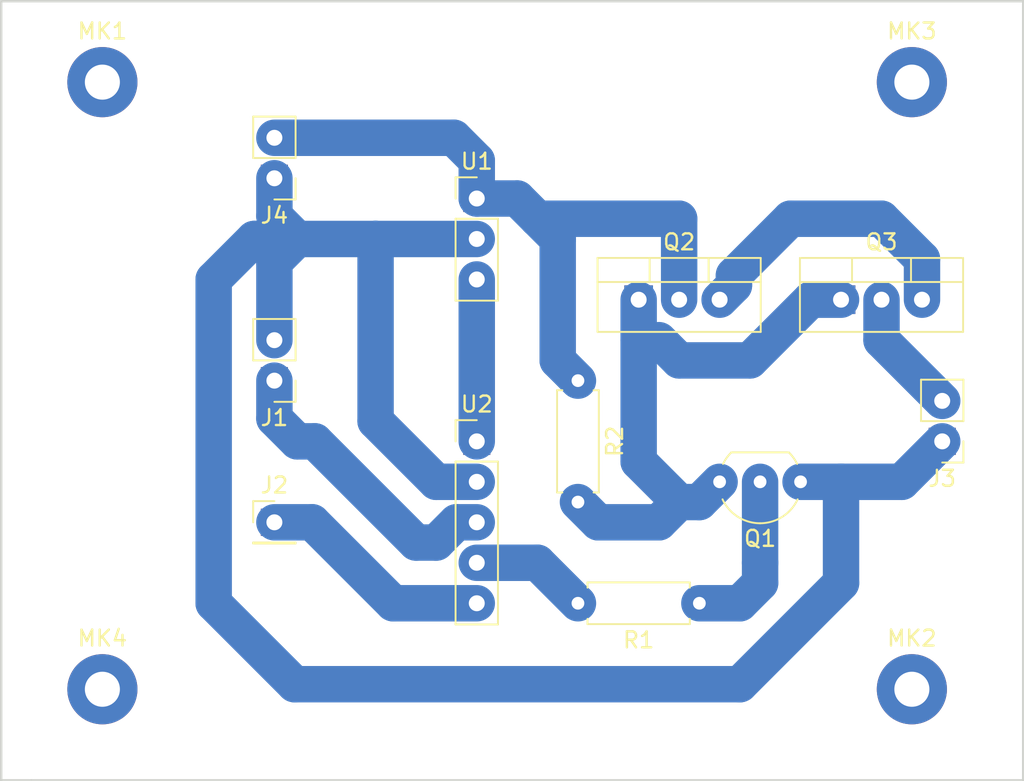
<source format=kicad_pcb>
(kicad_pcb (version 20171130) (host pcbnew 5.0.0-fee4fd1~65~ubuntu17.10.1)

  (general
    (thickness 1.6)
    (drawings 5)
    (tracks 68)
    (zones 0)
    (modules 15)
    (nets 11)
  )

  (page A4)
  (layers
    (0 F.Cu signal)
    (31 B.Cu signal)
    (32 B.Adhes user)
    (33 F.Adhes user)
    (34 B.Paste user)
    (35 F.Paste user)
    (36 B.SilkS user)
    (37 F.SilkS user)
    (38 B.Mask user)
    (39 F.Mask user)
    (40 Dwgs.User user)
    (41 Cmts.User user)
    (42 Eco1.User user)
    (43 Eco2.User user)
    (44 Edge.Cuts user)
    (45 Margin user)
    (46 B.CrtYd user)
    (47 F.CrtYd user)
    (48 B.Fab user)
    (49 F.Fab user)
  )

  (setup
    (last_trace_width 2.286)
    (user_trace_width 0.254)
    (user_trace_width 0.381)
    (user_trace_width 0.4318)
    (user_trace_width 0.762)
    (user_trace_width 1.524)
    (user_trace_width 2.286)
    (user_trace_width 5.08)
    (trace_clearance 0.2)
    (zone_clearance 0.508)
    (zone_45_only no)
    (trace_min 0.2)
    (segment_width 0.2)
    (edge_width 0.15)
    (via_size 0.8)
    (via_drill 0.4)
    (via_min_size 0.4)
    (via_min_drill 0.3)
    (uvia_size 0.3)
    (uvia_drill 0.1)
    (uvias_allowed no)
    (uvia_min_size 0.2)
    (uvia_min_drill 0.1)
    (pcb_text_width 0.3)
    (pcb_text_size 1.5 1.5)
    (mod_edge_width 0.15)
    (mod_text_size 1 1)
    (mod_text_width 0.15)
    (pad_size 4.4 4.4)
    (pad_drill 2.2)
    (pad_to_mask_clearance 0.2)
    (aux_axis_origin 0 0)
    (visible_elements FFFFFF7F)
    (pcbplotparams
      (layerselection 0x010fc_ffffffff)
      (usegerberextensions false)
      (usegerberattributes false)
      (usegerberadvancedattributes false)
      (creategerberjobfile false)
      (excludeedgelayer true)
      (linewidth 0.100000)
      (plotframeref false)
      (viasonmask false)
      (mode 1)
      (useauxorigin false)
      (hpglpennumber 1)
      (hpglpenspeed 20)
      (hpglpendiameter 15.000000)
      (psnegative false)
      (psa4output false)
      (plotreference true)
      (plotvalue true)
      (plotinvisibletext false)
      (padsonsilk false)
      (subtractmaskfromsilk false)
      (outputformat 1)
      (mirror false)
      (drillshape 0)
      (scaleselection 1)
      (outputdirectory "resetter_gerbers/"))
  )

  (net 0 "")
  (net 1 GND)
  (net 2 "Net-(J1-Pad1)")
  (net 3 "Net-(J2-Pad1)")
  (net 4 "Net-(J3-Pad2)")
  (net 5 "Net-(J4-Pad2)")
  (net 6 "Net-(Q1-Pad3)")
  (net 7 "Net-(Q1-Pad2)")
  (net 8 "Net-(Q2-Pad3)")
  (net 9 "Net-(R1-Pad2)")
  (net 10 "Net-(U1-Pad3)")

  (net_class Default "This is the default net class."
    (clearance 0.2)
    (trace_width 0.25)
    (via_dia 0.8)
    (via_drill 0.4)
    (uvia_dia 0.3)
    (uvia_drill 0.1)
    (add_net GND)
    (add_net "Net-(J1-Pad1)")
    (add_net "Net-(J2-Pad1)")
    (add_net "Net-(J3-Pad2)")
    (add_net "Net-(J4-Pad2)")
    (add_net "Net-(Q1-Pad2)")
    (add_net "Net-(Q1-Pad3)")
    (add_net "Net-(Q2-Pad3)")
    (add_net "Net-(R1-Pad2)")
    (add_net "Net-(U1-Pad3)")
  )

  (module Pin_Headers:Pin_Header_Straight_1x02_Pitch2.54mm (layer F.Cu) (tedit 59650532) (tstamp 5C2705CC)
    (at 56.515 48.5775 180)
    (descr "Through hole straight pin header, 1x02, 2.54mm pitch, single row")
    (tags "Through hole pin header THT 1x02 2.54mm single row")
    (path /5C2C7126)
    (fp_text reference J1 (at 0 -2.33 180) (layer F.SilkS)
      (effects (font (size 1 1) (thickness 0.15)))
    )
    (fp_text value Conn_01x02_Female (at 0 4.87 180) (layer F.Fab)
      (effects (font (size 1 1) (thickness 0.15)))
    )
    (fp_text user %R (at 0 1.27 270) (layer F.Fab)
      (effects (font (size 1 1) (thickness 0.15)))
    )
    (fp_line (start 1.8 -1.8) (end -1.8 -1.8) (layer F.CrtYd) (width 0.05))
    (fp_line (start 1.8 4.35) (end 1.8 -1.8) (layer F.CrtYd) (width 0.05))
    (fp_line (start -1.8 4.35) (end 1.8 4.35) (layer F.CrtYd) (width 0.05))
    (fp_line (start -1.8 -1.8) (end -1.8 4.35) (layer F.CrtYd) (width 0.05))
    (fp_line (start -1.33 -1.33) (end 0 -1.33) (layer F.SilkS) (width 0.12))
    (fp_line (start -1.33 0) (end -1.33 -1.33) (layer F.SilkS) (width 0.12))
    (fp_line (start -1.33 1.27) (end 1.33 1.27) (layer F.SilkS) (width 0.12))
    (fp_line (start 1.33 1.27) (end 1.33 3.87) (layer F.SilkS) (width 0.12))
    (fp_line (start -1.33 1.27) (end -1.33 3.87) (layer F.SilkS) (width 0.12))
    (fp_line (start -1.33 3.87) (end 1.33 3.87) (layer F.SilkS) (width 0.12))
    (fp_line (start -1.27 -0.635) (end -0.635 -1.27) (layer F.Fab) (width 0.1))
    (fp_line (start -1.27 3.81) (end -1.27 -0.635) (layer F.Fab) (width 0.1))
    (fp_line (start 1.27 3.81) (end -1.27 3.81) (layer F.Fab) (width 0.1))
    (fp_line (start 1.27 -1.27) (end 1.27 3.81) (layer F.Fab) (width 0.1))
    (fp_line (start -0.635 -1.27) (end 1.27 -1.27) (layer F.Fab) (width 0.1))
    (pad 2 thru_hole oval (at 0 2.54 180) (size 1.7 1.7) (drill 1) (layers *.Cu *.Mask)
      (net 1 GND))
    (pad 1 thru_hole rect (at 0 0 180) (size 1.7 1.7) (drill 1) (layers *.Cu *.Mask)
      (net 2 "Net-(J1-Pad1)"))
    (model ${KISYS3DMOD}/Pin_Headers.3dshapes/Pin_Header_Straight_1x02_Pitch2.54mm.wrl
      (at (xyz 0 0 0))
      (scale (xyz 1 1 1))
      (rotate (xyz 0 0 0))
    )
  )

  (module Pin_Headers:Pin_Header_Straight_1x01_Pitch2.54mm (layer F.Cu) (tedit 59650532) (tstamp 5C2705E1)
    (at 56.515 57.4675)
    (descr "Through hole straight pin header, 1x01, 2.54mm pitch, single row")
    (tags "Through hole pin header THT 1x01 2.54mm single row")
    (path /5C2CDCDD)
    (fp_text reference J2 (at 0 -2.33) (layer F.SilkS)
      (effects (font (size 1 1) (thickness 0.15)))
    )
    (fp_text value Conn_01x01 (at 0 2.33) (layer F.Fab)
      (effects (font (size 1 1) (thickness 0.15)))
    )
    (fp_text user %R (at 0 0 90) (layer F.Fab)
      (effects (font (size 1 1) (thickness 0.15)))
    )
    (fp_line (start 1.8 -1.8) (end -1.8 -1.8) (layer F.CrtYd) (width 0.05))
    (fp_line (start 1.8 1.8) (end 1.8 -1.8) (layer F.CrtYd) (width 0.05))
    (fp_line (start -1.8 1.8) (end 1.8 1.8) (layer F.CrtYd) (width 0.05))
    (fp_line (start -1.8 -1.8) (end -1.8 1.8) (layer F.CrtYd) (width 0.05))
    (fp_line (start -1.33 -1.33) (end 0 -1.33) (layer F.SilkS) (width 0.12))
    (fp_line (start -1.33 0) (end -1.33 -1.33) (layer F.SilkS) (width 0.12))
    (fp_line (start -1.33 1.27) (end 1.33 1.27) (layer F.SilkS) (width 0.12))
    (fp_line (start 1.33 1.27) (end 1.33 1.33) (layer F.SilkS) (width 0.12))
    (fp_line (start -1.33 1.27) (end -1.33 1.33) (layer F.SilkS) (width 0.12))
    (fp_line (start -1.33 1.33) (end 1.33 1.33) (layer F.SilkS) (width 0.12))
    (fp_line (start -1.27 -0.635) (end -0.635 -1.27) (layer F.Fab) (width 0.1))
    (fp_line (start -1.27 1.27) (end -1.27 -0.635) (layer F.Fab) (width 0.1))
    (fp_line (start 1.27 1.27) (end -1.27 1.27) (layer F.Fab) (width 0.1))
    (fp_line (start 1.27 -1.27) (end 1.27 1.27) (layer F.Fab) (width 0.1))
    (fp_line (start -0.635 -1.27) (end 1.27 -1.27) (layer F.Fab) (width 0.1))
    (pad 1 thru_hole rect (at 0 0) (size 1.7 1.7) (drill 1) (layers *.Cu *.Mask)
      (net 3 "Net-(J2-Pad1)"))
    (model ${KISYS3DMOD}/Pin_Headers.3dshapes/Pin_Header_Straight_1x01_Pitch2.54mm.wrl
      (at (xyz 0 0 0))
      (scale (xyz 1 1 1))
      (rotate (xyz 0 0 0))
    )
  )

  (module Pin_Headers:Pin_Header_Straight_1x02_Pitch2.54mm (layer F.Cu) (tedit 5C26A1A5) (tstamp 5C2705F7)
    (at 98.425 52.3875 180)
    (descr "Through hole straight pin header, 1x02, 2.54mm pitch, single row")
    (tags "Through hole pin header THT 1x02 2.54mm single row")
    (path /5C2CC2BC)
    (fp_text reference J3 (at 0 -2.33 180) (layer F.SilkS)
      (effects (font (size 1 1) (thickness 0.15)))
    )
    (fp_text value Conn_01x02 (at 0 4.87 180) (layer F.Fab)
      (effects (font (size 1 1) (thickness 0.15)))
    )
    (fp_line (start -0.635 -1.27) (end 1.27 -1.27) (layer F.Fab) (width 0.1))
    (fp_line (start 1.27 -1.27) (end 1.27 3.81) (layer F.Fab) (width 0.1))
    (fp_line (start 1.27 3.81) (end -1.27 3.81) (layer F.Fab) (width 0.1))
    (fp_line (start -1.27 3.81) (end -1.27 -0.635) (layer F.Fab) (width 0.1))
    (fp_line (start -1.27 -0.635) (end -0.635 -1.27) (layer F.Fab) (width 0.1))
    (fp_line (start -1.33 3.87) (end 1.33 3.87) (layer F.SilkS) (width 0.12))
    (fp_line (start -1.33 1.27) (end -1.33 3.87) (layer F.SilkS) (width 0.12))
    (fp_line (start 1.33 1.27) (end 1.33 3.87) (layer F.SilkS) (width 0.12))
    (fp_line (start -1.33 1.27) (end 1.33 1.27) (layer F.SilkS) (width 0.12))
    (fp_line (start -1.33 0) (end -1.33 -1.33) (layer F.SilkS) (width 0.12))
    (fp_line (start -1.33 -1.33) (end 0 -1.33) (layer F.SilkS) (width 0.12))
    (fp_line (start -1.8 -1.8) (end -1.8 4.35) (layer F.CrtYd) (width 0.05))
    (fp_line (start -1.8 4.35) (end 1.8 4.35) (layer F.CrtYd) (width 0.05))
    (fp_line (start 1.8 4.35) (end 1.8 -1.8) (layer F.CrtYd) (width 0.05))
    (fp_line (start 1.8 -1.8) (end -1.8 -1.8) (layer F.CrtYd) (width 0.05))
    (fp_text user %R (at 0 1.27 270) (layer F.Fab)
      (effects (font (size 1 1) (thickness 0.15)))
    )
    (pad 1 thru_hole rect (at 0 0 180) (size 1.7 1.7) (drill 1) (layers *.Cu *.Mask)
      (net 1 GND))
    (pad 2 thru_hole oval (at 0 2.54 180) (size 1.7 1.7) (drill 1) (layers *.Cu *.Mask)
      (net 4 "Net-(J3-Pad2)"))
    (model ${KISYS3DMOD}/Pin_Headers.3dshapes/Pin_Header_Straight_1x02_Pitch2.54mm.wrl
      (at (xyz 0 0 0))
      (scale (xyz 1 1 1))
      (rotate (xyz 0 0 0))
    )
  )

  (module Pin_Headers:Pin_Header_Straight_1x02_Pitch2.54mm (layer F.Cu) (tedit 59650532) (tstamp 5C27060D)
    (at 56.515 35.8775 180)
    (descr "Through hole straight pin header, 1x02, 2.54mm pitch, single row")
    (tags "Through hole pin header THT 1x02 2.54mm single row")
    (path /5C2DA8E4)
    (fp_text reference J4 (at 0 -2.33 180) (layer F.SilkS)
      (effects (font (size 1 1) (thickness 0.15)))
    )
    (fp_text value Conn_01x02 (at 0 4.87 180) (layer F.Fab)
      (effects (font (size 1 1) (thickness 0.15)))
    )
    (fp_text user %R (at 0 1.27 270) (layer F.Fab)
      (effects (font (size 1 1) (thickness 0.15)))
    )
    (fp_line (start 1.8 -1.8) (end -1.8 -1.8) (layer F.CrtYd) (width 0.05))
    (fp_line (start 1.8 4.35) (end 1.8 -1.8) (layer F.CrtYd) (width 0.05))
    (fp_line (start -1.8 4.35) (end 1.8 4.35) (layer F.CrtYd) (width 0.05))
    (fp_line (start -1.8 -1.8) (end -1.8 4.35) (layer F.CrtYd) (width 0.05))
    (fp_line (start -1.33 -1.33) (end 0 -1.33) (layer F.SilkS) (width 0.12))
    (fp_line (start -1.33 0) (end -1.33 -1.33) (layer F.SilkS) (width 0.12))
    (fp_line (start -1.33 1.27) (end 1.33 1.27) (layer F.SilkS) (width 0.12))
    (fp_line (start 1.33 1.27) (end 1.33 3.87) (layer F.SilkS) (width 0.12))
    (fp_line (start -1.33 1.27) (end -1.33 3.87) (layer F.SilkS) (width 0.12))
    (fp_line (start -1.33 3.87) (end 1.33 3.87) (layer F.SilkS) (width 0.12))
    (fp_line (start -1.27 -0.635) (end -0.635 -1.27) (layer F.Fab) (width 0.1))
    (fp_line (start -1.27 3.81) (end -1.27 -0.635) (layer F.Fab) (width 0.1))
    (fp_line (start 1.27 3.81) (end -1.27 3.81) (layer F.Fab) (width 0.1))
    (fp_line (start 1.27 -1.27) (end 1.27 3.81) (layer F.Fab) (width 0.1))
    (fp_line (start -0.635 -1.27) (end 1.27 -1.27) (layer F.Fab) (width 0.1))
    (pad 2 thru_hole oval (at 0 2.54 180) (size 1.7 1.7) (drill 1) (layers *.Cu *.Mask)
      (net 5 "Net-(J4-Pad2)"))
    (pad 1 thru_hole rect (at 0 0 180) (size 1.7 1.7) (drill 1) (layers *.Cu *.Mask)
      (net 1 GND))
    (model ${KISYS3DMOD}/Pin_Headers.3dshapes/Pin_Header_Straight_1x02_Pitch2.54mm.wrl
      (at (xyz 0 0 0))
      (scale (xyz 1 1 1))
      (rotate (xyz 0 0 0))
    )
  )

  (module TO_SOT_Packages_THT:TO-220-3_Vertical (layer F.Cu) (tedit 58CE52AD) (tstamp 5C270639)
    (at 79.375 43.4975)
    (descr "TO-220-3, Vertical, RM 2.54mm")
    (tags "TO-220-3 Vertical RM 2.54mm")
    (path /5C269822)
    (fp_text reference Q2 (at 2.54 -3.62) (layer F.SilkS)
      (effects (font (size 1 1) (thickness 0.15)))
    )
    (fp_text value Q_PMOS_GDS (at 2.54 3.92) (layer F.Fab)
      (effects (font (size 1 1) (thickness 0.15)))
    )
    (fp_line (start 7.79 -2.75) (end -2.71 -2.75) (layer F.CrtYd) (width 0.05))
    (fp_line (start 7.79 2.16) (end 7.79 -2.75) (layer F.CrtYd) (width 0.05))
    (fp_line (start -2.71 2.16) (end 7.79 2.16) (layer F.CrtYd) (width 0.05))
    (fp_line (start -2.71 -2.75) (end -2.71 2.16) (layer F.CrtYd) (width 0.05))
    (fp_line (start 4.391 -2.62) (end 4.391 -1.11) (layer F.SilkS) (width 0.12))
    (fp_line (start 0.69 -2.62) (end 0.69 -1.11) (layer F.SilkS) (width 0.12))
    (fp_line (start -2.58 -1.11) (end 7.66 -1.11) (layer F.SilkS) (width 0.12))
    (fp_line (start 7.66 -2.62) (end 7.66 2.021) (layer F.SilkS) (width 0.12))
    (fp_line (start -2.58 -2.62) (end -2.58 2.021) (layer F.SilkS) (width 0.12))
    (fp_line (start -2.58 2.021) (end 7.66 2.021) (layer F.SilkS) (width 0.12))
    (fp_line (start -2.58 -2.62) (end 7.66 -2.62) (layer F.SilkS) (width 0.12))
    (fp_line (start 4.39 -2.5) (end 4.39 -1.23) (layer F.Fab) (width 0.1))
    (fp_line (start 0.69 -2.5) (end 0.69 -1.23) (layer F.Fab) (width 0.1))
    (fp_line (start -2.46 -1.23) (end 7.54 -1.23) (layer F.Fab) (width 0.1))
    (fp_line (start 7.54 -2.5) (end -2.46 -2.5) (layer F.Fab) (width 0.1))
    (fp_line (start 7.54 1.9) (end 7.54 -2.5) (layer F.Fab) (width 0.1))
    (fp_line (start -2.46 1.9) (end 7.54 1.9) (layer F.Fab) (width 0.1))
    (fp_line (start -2.46 -2.5) (end -2.46 1.9) (layer F.Fab) (width 0.1))
    (fp_text user %R (at 2.54 -3.62) (layer F.Fab)
      (effects (font (size 1 1) (thickness 0.15)))
    )
    (pad 3 thru_hole oval (at 5.08 0) (size 1.8 1.8) (drill 1) (layers *.Cu *.Mask)
      (net 8 "Net-(Q2-Pad3)"))
    (pad 2 thru_hole oval (at 2.54 0) (size 1.8 1.8) (drill 1) (layers *.Cu *.Mask)
      (net 5 "Net-(J4-Pad2)"))
    (pad 1 thru_hole rect (at 0 0) (size 1.8 1.8) (drill 1) (layers *.Cu *.Mask)
      (net 6 "Net-(Q1-Pad3)"))
    (model ${KISYS3DMOD}/TO_SOT_Packages_THT.3dshapes/TO-220-3_Vertical.wrl
      (offset (xyz 2.539999961853027 0 0))
      (scale (xyz 0.393701 0.393701 0.393701))
      (rotate (xyz 0 0 0))
    )
  )

  (module TO_SOT_Packages_THT:TO-220-3_Vertical (layer F.Cu) (tedit 58CE52AD) (tstamp 5C270653)
    (at 92.075 43.4975)
    (descr "TO-220-3, Vertical, RM 2.54mm")
    (tags "TO-220-3 Vertical RM 2.54mm")
    (path /5C26989E)
    (fp_text reference Q3 (at 2.54 -3.62) (layer F.SilkS)
      (effects (font (size 1 1) (thickness 0.15)))
    )
    (fp_text value Q_PMOS_GDS (at 2.54 3.92) (layer F.Fab)
      (effects (font (size 1 1) (thickness 0.15)))
    )
    (fp_text user %R (at 2.54 -3.62) (layer F.Fab)
      (effects (font (size 1 1) (thickness 0.15)))
    )
    (fp_line (start -2.46 -2.5) (end -2.46 1.9) (layer F.Fab) (width 0.1))
    (fp_line (start -2.46 1.9) (end 7.54 1.9) (layer F.Fab) (width 0.1))
    (fp_line (start 7.54 1.9) (end 7.54 -2.5) (layer F.Fab) (width 0.1))
    (fp_line (start 7.54 -2.5) (end -2.46 -2.5) (layer F.Fab) (width 0.1))
    (fp_line (start -2.46 -1.23) (end 7.54 -1.23) (layer F.Fab) (width 0.1))
    (fp_line (start 0.69 -2.5) (end 0.69 -1.23) (layer F.Fab) (width 0.1))
    (fp_line (start 4.39 -2.5) (end 4.39 -1.23) (layer F.Fab) (width 0.1))
    (fp_line (start -2.58 -2.62) (end 7.66 -2.62) (layer F.SilkS) (width 0.12))
    (fp_line (start -2.58 2.021) (end 7.66 2.021) (layer F.SilkS) (width 0.12))
    (fp_line (start -2.58 -2.62) (end -2.58 2.021) (layer F.SilkS) (width 0.12))
    (fp_line (start 7.66 -2.62) (end 7.66 2.021) (layer F.SilkS) (width 0.12))
    (fp_line (start -2.58 -1.11) (end 7.66 -1.11) (layer F.SilkS) (width 0.12))
    (fp_line (start 0.69 -2.62) (end 0.69 -1.11) (layer F.SilkS) (width 0.12))
    (fp_line (start 4.391 -2.62) (end 4.391 -1.11) (layer F.SilkS) (width 0.12))
    (fp_line (start -2.71 -2.75) (end -2.71 2.16) (layer F.CrtYd) (width 0.05))
    (fp_line (start -2.71 2.16) (end 7.79 2.16) (layer F.CrtYd) (width 0.05))
    (fp_line (start 7.79 2.16) (end 7.79 -2.75) (layer F.CrtYd) (width 0.05))
    (fp_line (start 7.79 -2.75) (end -2.71 -2.75) (layer F.CrtYd) (width 0.05))
    (pad 1 thru_hole rect (at 0 0) (size 1.8 1.8) (drill 1) (layers *.Cu *.Mask)
      (net 6 "Net-(Q1-Pad3)"))
    (pad 2 thru_hole oval (at 2.54 0) (size 1.8 1.8) (drill 1) (layers *.Cu *.Mask)
      (net 4 "Net-(J3-Pad2)"))
    (pad 3 thru_hole oval (at 5.08 0) (size 1.8 1.8) (drill 1) (layers *.Cu *.Mask)
      (net 8 "Net-(Q2-Pad3)"))
    (model ${KISYS3DMOD}/TO_SOT_Packages_THT.3dshapes/TO-220-3_Vertical.wrl
      (offset (xyz 2.539999961853027 0 0))
      (scale (xyz 0.393701 0.393701 0.393701))
      (rotate (xyz 0 0 0))
    )
  )

  (module Resistors_THT:R_Axial_DIN0207_L6.3mm_D2.5mm_P7.62mm_Horizontal (layer F.Cu) (tedit 5874F706) (tstamp 5C270669)
    (at 83.185 62.5475 180)
    (descr "Resistor, Axial_DIN0207 series, Axial, Horizontal, pin pitch=7.62mm, 0.25W = 1/4W, length*diameter=6.3*2.5mm^2, http://cdn-reichelt.de/documents/datenblatt/B400/1_4W%23YAG.pdf")
    (tags "Resistor Axial_DIN0207 series Axial Horizontal pin pitch 7.62mm 0.25W = 1/4W length 6.3mm diameter 2.5mm")
    (path /5C269432)
    (fp_text reference R1 (at 3.81 -2.31 180) (layer F.SilkS)
      (effects (font (size 1 1) (thickness 0.15)))
    )
    (fp_text value R (at 3.81 2.31 180) (layer F.Fab)
      (effects (font (size 1 1) (thickness 0.15)))
    )
    (fp_line (start 8.7 -1.6) (end -1.05 -1.6) (layer F.CrtYd) (width 0.05))
    (fp_line (start 8.7 1.6) (end 8.7 -1.6) (layer F.CrtYd) (width 0.05))
    (fp_line (start -1.05 1.6) (end 8.7 1.6) (layer F.CrtYd) (width 0.05))
    (fp_line (start -1.05 -1.6) (end -1.05 1.6) (layer F.CrtYd) (width 0.05))
    (fp_line (start 7.02 1.31) (end 7.02 0.98) (layer F.SilkS) (width 0.12))
    (fp_line (start 0.6 1.31) (end 7.02 1.31) (layer F.SilkS) (width 0.12))
    (fp_line (start 0.6 0.98) (end 0.6 1.31) (layer F.SilkS) (width 0.12))
    (fp_line (start 7.02 -1.31) (end 7.02 -0.98) (layer F.SilkS) (width 0.12))
    (fp_line (start 0.6 -1.31) (end 7.02 -1.31) (layer F.SilkS) (width 0.12))
    (fp_line (start 0.6 -0.98) (end 0.6 -1.31) (layer F.SilkS) (width 0.12))
    (fp_line (start 7.62 0) (end 6.96 0) (layer F.Fab) (width 0.1))
    (fp_line (start 0 0) (end 0.66 0) (layer F.Fab) (width 0.1))
    (fp_line (start 6.96 -1.25) (end 0.66 -1.25) (layer F.Fab) (width 0.1))
    (fp_line (start 6.96 1.25) (end 6.96 -1.25) (layer F.Fab) (width 0.1))
    (fp_line (start 0.66 1.25) (end 6.96 1.25) (layer F.Fab) (width 0.1))
    (fp_line (start 0.66 -1.25) (end 0.66 1.25) (layer F.Fab) (width 0.1))
    (pad 2 thru_hole oval (at 7.62 0 180) (size 1.6 1.6) (drill 0.8) (layers *.Cu *.Mask)
      (net 9 "Net-(R1-Pad2)"))
    (pad 1 thru_hole circle (at 0 0 180) (size 1.6 1.6) (drill 0.8) (layers *.Cu *.Mask)
      (net 7 "Net-(Q1-Pad2)"))
    (model ${KISYS3DMOD}/Resistors_THT.3dshapes/R_Axial_DIN0207_L6.3mm_D2.5mm_P7.62mm_Horizontal.wrl
      (at (xyz 0 0 0))
      (scale (xyz 0.393701 0.393701 0.393701))
      (rotate (xyz 0 0 0))
    )
  )

  (module Resistors_THT:R_Axial_DIN0207_L6.3mm_D2.5mm_P7.62mm_Horizontal (layer F.Cu) (tedit 5874F706) (tstamp 5C27067F)
    (at 75.565 48.5775 270)
    (descr "Resistor, Axial_DIN0207 series, Axial, Horizontal, pin pitch=7.62mm, 0.25W = 1/4W, length*diameter=6.3*2.5mm^2, http://cdn-reichelt.de/documents/datenblatt/B400/1_4W%23YAG.pdf")
    (tags "Resistor Axial_DIN0207 series Axial Horizontal pin pitch 7.62mm 0.25W = 1/4W length 6.3mm diameter 2.5mm")
    (path /5C2694B3)
    (fp_text reference R2 (at 3.81 -2.31 270) (layer F.SilkS)
      (effects (font (size 1 1) (thickness 0.15)))
    )
    (fp_text value R (at 3.81 2.31 270) (layer F.Fab)
      (effects (font (size 1 1) (thickness 0.15)))
    )
    (fp_line (start 0.66 -1.25) (end 0.66 1.25) (layer F.Fab) (width 0.1))
    (fp_line (start 0.66 1.25) (end 6.96 1.25) (layer F.Fab) (width 0.1))
    (fp_line (start 6.96 1.25) (end 6.96 -1.25) (layer F.Fab) (width 0.1))
    (fp_line (start 6.96 -1.25) (end 0.66 -1.25) (layer F.Fab) (width 0.1))
    (fp_line (start 0 0) (end 0.66 0) (layer F.Fab) (width 0.1))
    (fp_line (start 7.62 0) (end 6.96 0) (layer F.Fab) (width 0.1))
    (fp_line (start 0.6 -0.98) (end 0.6 -1.31) (layer F.SilkS) (width 0.12))
    (fp_line (start 0.6 -1.31) (end 7.02 -1.31) (layer F.SilkS) (width 0.12))
    (fp_line (start 7.02 -1.31) (end 7.02 -0.98) (layer F.SilkS) (width 0.12))
    (fp_line (start 0.6 0.98) (end 0.6 1.31) (layer F.SilkS) (width 0.12))
    (fp_line (start 0.6 1.31) (end 7.02 1.31) (layer F.SilkS) (width 0.12))
    (fp_line (start 7.02 1.31) (end 7.02 0.98) (layer F.SilkS) (width 0.12))
    (fp_line (start -1.05 -1.6) (end -1.05 1.6) (layer F.CrtYd) (width 0.05))
    (fp_line (start -1.05 1.6) (end 8.7 1.6) (layer F.CrtYd) (width 0.05))
    (fp_line (start 8.7 1.6) (end 8.7 -1.6) (layer F.CrtYd) (width 0.05))
    (fp_line (start 8.7 -1.6) (end -1.05 -1.6) (layer F.CrtYd) (width 0.05))
    (pad 1 thru_hole circle (at 0 0 270) (size 1.6 1.6) (drill 0.8) (layers *.Cu *.Mask)
      (net 5 "Net-(J4-Pad2)"))
    (pad 2 thru_hole oval (at 7.62 0 270) (size 1.6 1.6) (drill 0.8) (layers *.Cu *.Mask)
      (net 6 "Net-(Q1-Pad3)"))
    (model ${KISYS3DMOD}/Resistors_THT.3dshapes/R_Axial_DIN0207_L6.3mm_D2.5mm_P7.62mm_Horizontal.wrl
      (at (xyz 0 0 0))
      (scale (xyz 0.393701 0.393701 0.393701))
      (rotate (xyz 0 0 0))
    )
  )

  (module Pin_Headers:Pin_Header_Straight_1x03_Pitch2.54mm (layer F.Cu) (tedit 59650532) (tstamp 5C270696)
    (at 69.215 37.1475)
    (descr "Through hole straight pin header, 1x03, 2.54mm pitch, single row")
    (tags "Through hole pin header THT 1x03 2.54mm single row")
    (path /5C2C4C9C)
    (fp_text reference U1 (at 0 -2.33) (layer F.SilkS)
      (effects (font (size 1 1) (thickness 0.15)))
    )
    (fp_text value VX7805 (at 0 7.41) (layer F.Fab)
      (effects (font (size 1 1) (thickness 0.15)))
    )
    (fp_text user %R (at 0 2.54 90) (layer F.Fab)
      (effects (font (size 1 1) (thickness 0.15)))
    )
    (fp_line (start 1.8 -1.8) (end -1.8 -1.8) (layer F.CrtYd) (width 0.05))
    (fp_line (start 1.8 6.85) (end 1.8 -1.8) (layer F.CrtYd) (width 0.05))
    (fp_line (start -1.8 6.85) (end 1.8 6.85) (layer F.CrtYd) (width 0.05))
    (fp_line (start -1.8 -1.8) (end -1.8 6.85) (layer F.CrtYd) (width 0.05))
    (fp_line (start -1.33 -1.33) (end 0 -1.33) (layer F.SilkS) (width 0.12))
    (fp_line (start -1.33 0) (end -1.33 -1.33) (layer F.SilkS) (width 0.12))
    (fp_line (start -1.33 1.27) (end 1.33 1.27) (layer F.SilkS) (width 0.12))
    (fp_line (start 1.33 1.27) (end 1.33 6.41) (layer F.SilkS) (width 0.12))
    (fp_line (start -1.33 1.27) (end -1.33 6.41) (layer F.SilkS) (width 0.12))
    (fp_line (start -1.33 6.41) (end 1.33 6.41) (layer F.SilkS) (width 0.12))
    (fp_line (start -1.27 -0.635) (end -0.635 -1.27) (layer F.Fab) (width 0.1))
    (fp_line (start -1.27 6.35) (end -1.27 -0.635) (layer F.Fab) (width 0.1))
    (fp_line (start 1.27 6.35) (end -1.27 6.35) (layer F.Fab) (width 0.1))
    (fp_line (start 1.27 -1.27) (end 1.27 6.35) (layer F.Fab) (width 0.1))
    (fp_line (start -0.635 -1.27) (end 1.27 -1.27) (layer F.Fab) (width 0.1))
    (pad 3 thru_hole oval (at 0 5.08) (size 1.7 1.7) (drill 1) (layers *.Cu *.Mask)
      (net 10 "Net-(U1-Pad3)"))
    (pad 2 thru_hole oval (at 0 2.54) (size 1.7 1.7) (drill 1) (layers *.Cu *.Mask)
      (net 1 GND))
    (pad 1 thru_hole rect (at 0 0) (size 1.7 1.7) (drill 1) (layers *.Cu *.Mask)
      (net 5 "Net-(J4-Pad2)"))
    (model ${KISYS3DMOD}/Pin_Headers.3dshapes/Pin_Header_Straight_1x03_Pitch2.54mm.wrl
      (at (xyz 0 0 0))
      (scale (xyz 1 1 1))
      (rotate (xyz 0 0 0))
    )
  )

  (module Pin_Headers:Pin_Header_Straight_1x05_Pitch2.54mm (layer F.Cu) (tedit 59650532) (tstamp 5C2706AF)
    (at 69.215 52.3875)
    (descr "Through hole straight pin header, 1x05, 2.54mm pitch, single row")
    (tags "Through hole pin header THT 1x05 2.54mm single row")
    (path /5C28A94D)
    (fp_text reference U2 (at 0 -2.33) (layer F.SilkS)
      (effects (font (size 1 1) (thickness 0.15)))
    )
    (fp_text value adafruit_tpl5110 (at 0 12.49) (layer F.Fab)
      (effects (font (size 1 1) (thickness 0.15)))
    )
    (fp_text user %R (at 0 5.08 90) (layer F.Fab)
      (effects (font (size 1 1) (thickness 0.15)))
    )
    (fp_line (start 1.8 -1.8) (end -1.8 -1.8) (layer F.CrtYd) (width 0.05))
    (fp_line (start 1.8 11.95) (end 1.8 -1.8) (layer F.CrtYd) (width 0.05))
    (fp_line (start -1.8 11.95) (end 1.8 11.95) (layer F.CrtYd) (width 0.05))
    (fp_line (start -1.8 -1.8) (end -1.8 11.95) (layer F.CrtYd) (width 0.05))
    (fp_line (start -1.33 -1.33) (end 0 -1.33) (layer F.SilkS) (width 0.12))
    (fp_line (start -1.33 0) (end -1.33 -1.33) (layer F.SilkS) (width 0.12))
    (fp_line (start -1.33 1.27) (end 1.33 1.27) (layer F.SilkS) (width 0.12))
    (fp_line (start 1.33 1.27) (end 1.33 11.49) (layer F.SilkS) (width 0.12))
    (fp_line (start -1.33 1.27) (end -1.33 11.49) (layer F.SilkS) (width 0.12))
    (fp_line (start -1.33 11.49) (end 1.33 11.49) (layer F.SilkS) (width 0.12))
    (fp_line (start -1.27 -0.635) (end -0.635 -1.27) (layer F.Fab) (width 0.1))
    (fp_line (start -1.27 11.43) (end -1.27 -0.635) (layer F.Fab) (width 0.1))
    (fp_line (start 1.27 11.43) (end -1.27 11.43) (layer F.Fab) (width 0.1))
    (fp_line (start 1.27 -1.27) (end 1.27 11.43) (layer F.Fab) (width 0.1))
    (fp_line (start -0.635 -1.27) (end 1.27 -1.27) (layer F.Fab) (width 0.1))
    (pad 5 thru_hole oval (at 0 10.16) (size 1.7 1.7) (drill 1) (layers *.Cu *.Mask)
      (net 3 "Net-(J2-Pad1)"))
    (pad 4 thru_hole oval (at 0 7.62) (size 1.7 1.7) (drill 1) (layers *.Cu *.Mask)
      (net 9 "Net-(R1-Pad2)"))
    (pad 3 thru_hole oval (at 0 5.08) (size 1.7 1.7) (drill 1) (layers *.Cu *.Mask)
      (net 2 "Net-(J1-Pad1)"))
    (pad 2 thru_hole oval (at 0 2.54) (size 1.7 1.7) (drill 1) (layers *.Cu *.Mask)
      (net 1 GND))
    (pad 1 thru_hole rect (at 0 0) (size 1.7 1.7) (drill 1) (layers *.Cu *.Mask)
      (net 10 "Net-(U1-Pad3)"))
    (model ${KISYS3DMOD}/Pin_Headers.3dshapes/Pin_Header_Straight_1x05_Pitch2.54mm.wrl
      (at (xyz 0 0 0))
      (scale (xyz 1 1 1))
      (rotate (xyz 0 0 0))
    )
  )

  (module TO_SOT_Packages_THT:TO-92_Inline_Wide (layer F.Cu) (tedit 58CE52AF) (tstamp 5C278880)
    (at 89.535 54.9275 180)
    (descr "TO-92 leads in-line, wide, drill 0.8mm (see NXP sot054_po.pdf)")
    (tags "to-92 sc-43 sc-43a sot54 PA33 transistor")
    (path /5C268C4E)
    (fp_text reference Q1 (at 2.54 -3.56) (layer F.SilkS)
      (effects (font (size 1 1) (thickness 0.15)))
    )
    (fp_text value 2N3904-AP (at 2.54 2.79 180) (layer F.Fab)
      (effects (font (size 1 1) (thickness 0.15)))
    )
    (fp_arc (start 2.54 0) (end 4.34 1.85) (angle -20) (layer F.SilkS) (width 0.12))
    (fp_arc (start 2.54 0) (end 2.54 -2.48) (angle -135) (layer F.Fab) (width 0.1))
    (fp_arc (start 2.54 0) (end 2.54 -2.48) (angle 135) (layer F.Fab) (width 0.1))
    (fp_arc (start 2.54 0) (end 2.54 -2.6) (angle 65) (layer F.SilkS) (width 0.12))
    (fp_arc (start 2.54 0) (end 2.54 -2.6) (angle -65) (layer F.SilkS) (width 0.12))
    (fp_arc (start 2.54 0) (end 0.74 1.85) (angle 20) (layer F.SilkS) (width 0.12))
    (fp_line (start 6.09 2.01) (end -1.01 2.01) (layer F.CrtYd) (width 0.05))
    (fp_line (start 6.09 2.01) (end 6.09 -2.73) (layer F.CrtYd) (width 0.05))
    (fp_line (start -1.01 -2.73) (end -1.01 2.01) (layer F.CrtYd) (width 0.05))
    (fp_line (start -1.01 -2.73) (end 6.09 -2.73) (layer F.CrtYd) (width 0.05))
    (fp_line (start 0.8 1.75) (end 4.3 1.75) (layer F.Fab) (width 0.1))
    (fp_line (start 0.74 1.85) (end 4.34 1.85) (layer F.SilkS) (width 0.12))
    (fp_text user %R (at 2.54 -3.56) (layer F.Fab)
      (effects (font (size 1 1) (thickness 0.15)))
    )
    (pad 1 thru_hole rect (at 0 0 270) (size 1.52 1.52) (drill 0.8) (layers *.Cu *.Mask)
      (net 1 GND))
    (pad 3 thru_hole circle (at 5.08 0 270) (size 1.52 1.52) (drill 0.8) (layers *.Cu *.Mask)
      (net 6 "Net-(Q1-Pad3)"))
    (pad 2 thru_hole circle (at 2.54 0 270) (size 1.52 1.52) (drill 0.8) (layers *.Cu *.Mask)
      (net 7 "Net-(Q1-Pad2)"))
    (model ${KISYS3DMOD}/TO_SOT_Packages_THT.3dshapes/TO-92_Inline_Wide.wrl
      (offset (xyz 2.539999961853027 0 0))
      (scale (xyz 1 1 1))
      (rotate (xyz 0 0 -90))
    )
  )

  (module Mounting_Holes:MountingHole_2.2mm_M2_Pad (layer F.Cu) (tedit 56D1B4CB) (tstamp 5C27F598)
    (at 45.72 29.845)
    (descr "Mounting Hole 2.2mm, M2")
    (tags "mounting hole 2.2mm m2")
    (path /5C30ACB6)
    (attr virtual)
    (fp_text reference MK1 (at 0 -3.2) (layer F.SilkS)
      (effects (font (size 1 1) (thickness 0.15)))
    )
    (fp_text value Mounting_Hole (at 0 3.2) (layer F.Fab)
      (effects (font (size 1 1) (thickness 0.15)))
    )
    (fp_circle (center 0 0) (end 2.45 0) (layer F.CrtYd) (width 0.05))
    (fp_circle (center 0 0) (end 2.2 0) (layer Cmts.User) (width 0.15))
    (fp_text user %R (at 0.3 0) (layer F.Fab)
      (effects (font (size 1 1) (thickness 0.15)))
    )
    (pad 1 thru_hole circle (at 0 0) (size 4.4 4.4) (drill 2.2) (layers *.Cu *.Mask))
  )

  (module Mounting_Holes:MountingHole_2.2mm_M2_Pad (layer F.Cu) (tedit 56D1B4CB) (tstamp 5C27F59F)
    (at 96.52 67.945)
    (descr "Mounting Hole 2.2mm, M2")
    (tags "mounting hole 2.2mm m2")
    (path /5C30ADBC)
    (attr virtual)
    (fp_text reference MK2 (at 0 -3.2) (layer F.SilkS)
      (effects (font (size 1 1) (thickness 0.15)))
    )
    (fp_text value Mounting_Hole (at 0 3.2) (layer F.Fab)
      (effects (font (size 1 1) (thickness 0.15)))
    )
    (fp_circle (center 0 0) (end 2.45 0) (layer F.CrtYd) (width 0.05))
    (fp_circle (center 0 0) (end 2.2 0) (layer Cmts.User) (width 0.15))
    (fp_text user %R (at 0.3 0) (layer F.Fab)
      (effects (font (size 1 1) (thickness 0.15)))
    )
    (pad 1 thru_hole circle (at 0 0) (size 4.4 4.4) (drill 2.2) (layers *.Cu *.Mask))
  )

  (module Mounting_Holes:MountingHole_2.2mm_M2_Pad (layer F.Cu) (tedit 56D1B4CB) (tstamp 5C27F5A6)
    (at 96.52 29.845)
    (descr "Mounting Hole 2.2mm, M2")
    (tags "mounting hole 2.2mm m2")
    (path /5C30AD7E)
    (attr virtual)
    (fp_text reference MK3 (at 0 -3.2) (layer F.SilkS)
      (effects (font (size 1 1) (thickness 0.15)))
    )
    (fp_text value Mounting_Hole (at 0 3.2) (layer F.Fab)
      (effects (font (size 1 1) (thickness 0.15)))
    )
    (fp_text user %R (at 0.3 0) (layer F.Fab)
      (effects (font (size 1 1) (thickness 0.15)))
    )
    (fp_circle (center 0 0) (end 2.2 0) (layer Cmts.User) (width 0.15))
    (fp_circle (center 0 0) (end 2.45 0) (layer F.CrtYd) (width 0.05))
    (pad 1 thru_hole circle (at 0 0) (size 4.4 4.4) (drill 2.2) (layers *.Cu *.Mask))
  )

  (module Mounting_Holes:MountingHole_2.2mm_M2_Pad (layer F.Cu) (tedit 56D1B4CB) (tstamp 5C27F5AD)
    (at 45.72 67.945)
    (descr "Mounting Hole 2.2mm, M2")
    (tags "mounting hole 2.2mm m2")
    (path /5C30AE06)
    (attr virtual)
    (fp_text reference MK4 (at 0 -3.2) (layer F.SilkS)
      (effects (font (size 1 1) (thickness 0.15)))
    )
    (fp_text value Mounting_Hole (at 0 3.2) (layer F.Fab)
      (effects (font (size 1 1) (thickness 0.15)))
    )
    (fp_text user %R (at 0.3 0) (layer F.Fab)
      (effects (font (size 1 1) (thickness 0.15)))
    )
    (fp_circle (center 0 0) (end 2.2 0) (layer Cmts.User) (width 0.15))
    (fp_circle (center 0 0) (end 2.45 0) (layer F.CrtYd) (width 0.05))
    (pad 1 thru_hole circle (at 0 0) (size 4.4 4.4) (drill 2.2) (layers *.Cu *.Mask))
  )

  (gr_line (start 39.37 73.66) (end 41.275 73.66) (layer Edge.Cuts) (width 0.15))
  (gr_line (start 39.37 24.765) (end 39.37 73.66) (layer Edge.Cuts) (width 0.15))
  (gr_line (start 103.505 73.66) (end 41.275 73.66) (layer Edge.Cuts) (width 0.15))
  (gr_line (start 103.505 24.765) (end 103.505 73.66) (layer Edge.Cuts) (width 0.15))
  (gr_line (start 39.37 24.765) (end 103.505 24.765) (layer Edge.Cuts) (width 0.15))

  (segment (start 56.515 38.2515) (end 57.951 39.6875) (width 2.286) (layer B.Cu) (net 1))
  (segment (start 56.515 35.8775) (end 56.515 38.2515) (width 2.286) (layer B.Cu) (net 1))
  (segment (start 56.515 41.1235) (end 57.951 39.6875) (width 2.286) (layer B.Cu) (net 1))
  (segment (start 56.515 46.0375) (end 56.515 41.1235) (width 2.286) (layer B.Cu) (net 1))
  (segment (start 62.865 51.1175) (end 62.865 39.6875) (width 2.286) (layer B.Cu) (net 1))
  (segment (start 66.675 54.9275) (end 62.865 51.1175) (width 2.286) (layer B.Cu) (net 1))
  (segment (start 69.215 54.9275) (end 66.675 54.9275) (width 2.286) (layer B.Cu) (net 1))
  (segment (start 57.951 39.6875) (end 62.865 39.6875) (width 2.286) (layer B.Cu) (net 1))
  (segment (start 62.865 39.6875) (end 69.215 39.6875) (width 2.286) (layer B.Cu) (net 1))
  (segment (start 55.245 39.6875) (end 57.951 39.6875) (width 2.286) (layer B.Cu) (net 1))
  (segment (start 52.705 42.2275) (end 55.245 39.6875) (width 2.286) (layer B.Cu) (net 1))
  (segment (start 52.705 62.5475) (end 52.705 42.2275) (width 2.286) (layer B.Cu) (net 1))
  (segment (start 57.785 67.6275) (end 52.705 62.5475) (width 2.286) (layer B.Cu) (net 1))
  (segment (start 95.885 54.9275) (end 98.425 52.3875) (width 2.286) (layer B.Cu) (net 1))
  (segment (start 57.785 67.6275) (end 85.725 67.6275) (width 2.286) (layer B.Cu) (net 1))
  (segment (start 92.075 61.2775) (end 92.075 54.9275) (width 2.286) (layer B.Cu) (net 1))
  (segment (start 85.725 67.6275) (end 92.075 61.2775) (width 2.286) (layer B.Cu) (net 1))
  (segment (start 92.075 54.9275) (end 95.885 54.9275) (width 2.286) (layer B.Cu) (net 1))
  (segment (start 92.075 54.9275) (end 89.535 54.9275) (width 2.286) (layer B.Cu) (net 1))
  (segment (start 56.515 50.9515) (end 56.515 48.5775) (width 2.286) (layer B.Cu) (net 2))
  (segment (start 67.945 57.4675) (end 66.675 58.7375) (width 2.286) (layer B.Cu) (net 2))
  (segment (start 69.215 57.4675) (end 67.945 57.4675) (width 2.286) (layer B.Cu) (net 2))
  (segment (start 66.675 58.7375) (end 65.405 58.7375) (width 2.286) (layer B.Cu) (net 2))
  (segment (start 65.405 58.7375) (end 59.055 52.3875) (width 2.286) (layer B.Cu) (net 2))
  (segment (start 57.951 52.3875) (end 56.515 50.9515) (width 2.286) (layer B.Cu) (net 2))
  (segment (start 59.055 52.3875) (end 57.951 52.3875) (width 2.286) (layer B.Cu) (net 2))
  (segment (start 58.889 57.4675) (end 63.969 62.5475) (width 2.286) (layer B.Cu) (net 3))
  (segment (start 56.515 57.4675) (end 58.889 57.4675) (width 2.286) (layer B.Cu) (net 3))
  (segment (start 63.969 62.5475) (end 69.215 62.5475) (width 2.286) (layer B.Cu) (net 3))
  (segment (start 94.615 46.0375) (end 98.425 49.8475) (width 2.286) (layer B.Cu) (net 4))
  (segment (start 94.615 43.4975) (end 94.615 46.0375) (width 2.286) (layer B.Cu) (net 4))
  (segment (start 69.215 35.8657) (end 69.215 37.1475) (width 0.4318) (layer B.Cu) (net 5))
  (segment (start 69.215 34.7735) (end 69.215 37.1475) (width 2.286) (layer B.Cu) (net 5))
  (segment (start 67.779 33.3375) (end 69.215 34.7735) (width 2.286) (layer B.Cu) (net 5))
  (segment (start 56.515 33.3375) (end 67.779 33.3375) (width 2.286) (layer B.Cu) (net 5))
  (segment (start 75.565 48.5775) (end 74.295 47.3075) (width 2.286) (layer B.Cu) (net 5))
  (segment (start 74.295 47.3075) (end 74.295 39.6875) (width 2.286) (layer B.Cu) (net 5))
  (segment (start 71.755 37.1475) (end 69.215 37.1475) (width 2.286) (layer B.Cu) (net 5))
  (segment (start 81.915 43.4975) (end 81.915 38.4175) (width 2.286) (layer B.Cu) (net 5))
  (segment (start 81.915 38.4175) (end 73.025 38.4175) (width 2.286) (layer B.Cu) (net 5))
  (segment (start 74.295 39.6875) (end 73.025 38.4175) (width 2.286) (layer B.Cu) (net 5))
  (segment (start 73.025 38.4175) (end 71.755 37.1475) (width 2.286) (layer B.Cu) (net 5))
  (segment (start 76.835 57.4675) (end 75.565 56.1975) (width 2.286) (layer B.Cu) (net 6))
  (segment (start 80.645 57.4675) (end 76.835 57.4675) (width 2.286) (layer B.Cu) (net 6))
  (segment (start 79.375 53.6575) (end 81.915 56.1975) (width 2.286) (layer B.Cu) (net 6))
  (segment (start 81.915 56.1975) (end 80.645 57.4675) (width 2.286) (layer B.Cu) (net 6))
  (segment (start 79.375 46.0375) (end 79.375 53.6575) (width 2.286) (layer B.Cu) (net 6))
  (segment (start 79.375 43.4975) (end 79.375 46.0375) (width 2.286) (layer B.Cu) (net 6))
  (segment (start 80.645 46.0375) (end 81.915 47.3075) (width 2.286) (layer B.Cu) (net 6))
  (segment (start 79.375 46.0375) (end 80.645 46.0375) (width 1.524) (layer B.Cu) (net 6))
  (segment (start 83.185 56.1975) (end 84.455 54.9275) (width 2.286) (layer B.Cu) (net 6))
  (segment (start 81.915 56.1975) (end 83.185 56.1975) (width 2.286) (layer B.Cu) (net 6))
  (segment (start 81.915 47.3075) (end 86.36 47.3075) (width 2.286) (layer B.Cu) (net 6))
  (segment (start 86.36 47.3075) (end 90.17 43.4975) (width 2.286) (layer B.Cu) (net 6))
  (segment (start 90.17 43.4975) (end 92.075 43.4975) (width 2.286) (layer B.Cu) (net 6))
  (segment (start 83.185 62.5475) (end 85.725 62.5475) (width 2.286) (layer B.Cu) (net 7))
  (segment (start 85.725 62.5475) (end 86.995 61.2775) (width 2.286) (layer B.Cu) (net 7))
  (segment (start 86.995 60.0075) (end 86.995 54.9275) (width 2.286) (layer B.Cu) (net 7))
  (segment (start 86.995 60.0075) (end 86.995 61.2775) (width 2.286) (layer B.Cu) (net 7))
  (segment (start 97.155 40.9575) (end 97.155 43.4975) (width 2.286) (layer B.Cu) (net 8))
  (segment (start 94.615 38.4175) (end 97.155 40.9575) (width 2.286) (layer B.Cu) (net 8))
  (segment (start 85.354999 42.597501) (end 85.354999 41.962501) (width 2.286) (layer B.Cu) (net 8))
  (segment (start 84.455 43.4975) (end 85.354999 42.597501) (width 2.286) (layer B.Cu) (net 8))
  (segment (start 88.9 38.4175) (end 94.615 38.4175) (width 2.286) (layer B.Cu) (net 8))
  (segment (start 85.354999 41.962501) (end 88.9 38.4175) (width 2.286) (layer B.Cu) (net 8))
  (segment (start 73.025 60.0075) (end 75.565 62.5475) (width 2.286) (layer B.Cu) (net 9))
  (segment (start 69.215 60.0075) (end 73.025 60.0075) (width 2.286) (layer B.Cu) (net 9))
  (segment (start 69.215 52.3875) (end 69.215 42.2275) (width 2.286) (layer B.Cu) (net 10))

)

</source>
